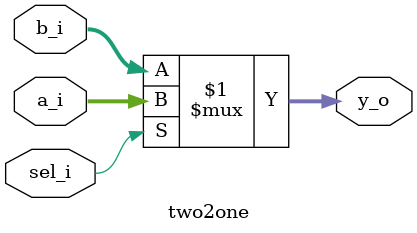
<source format=v>
module two2one(input [7:0] a_i,
               input[7:0]b_i,
			   input sel_i,
			   output [7:0] y_o);

  assign y_o=sel_i?a_i:b_i;
    
endmodule

</source>
